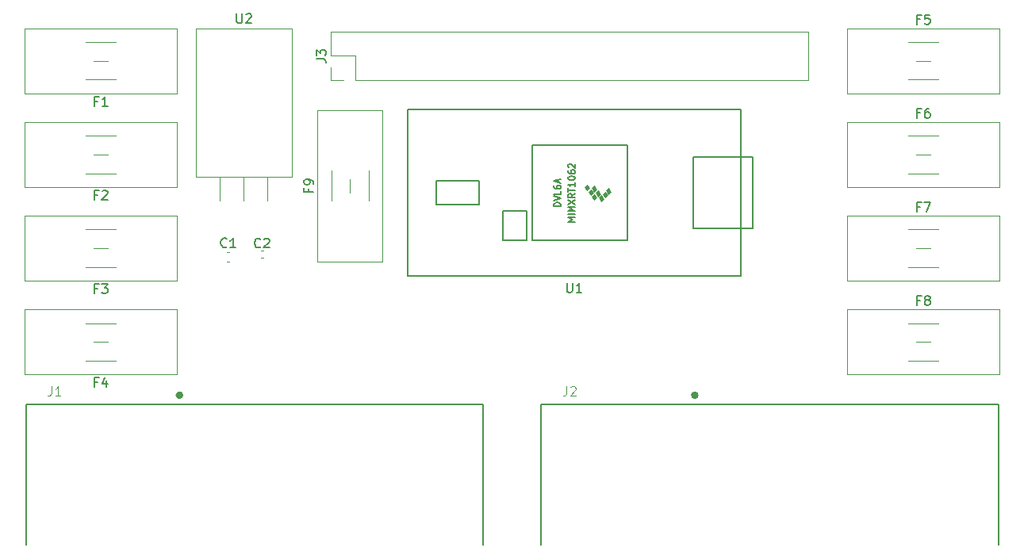
<source format=gto>
%TF.GenerationSoftware,KiCad,Pcbnew,(5.1.9)-1*%
%TF.CreationDate,2022-01-23T20:12:45-08:00*%
%TF.ProjectId,MAIN_daq,4d41494e-5f64-4617-912e-6b696361645f,rev?*%
%TF.SameCoordinates,Original*%
%TF.FileFunction,Legend,Top*%
%TF.FilePolarity,Positive*%
%FSLAX46Y46*%
G04 Gerber Fmt 4.6, Leading zero omitted, Abs format (unit mm)*
G04 Created by KiCad (PCBNEW (5.1.9)-1) date 2022-01-23 20:12:45*
%MOMM*%
%LPD*%
G01*
G04 APERTURE LIST*
%ADD10C,0.400000*%
%ADD11C,0.127000*%
%ADD12C,0.120000*%
%ADD13C,0.150000*%
%ADD14C,0.100000*%
%ADD15C,0.015000*%
G04 APERTURE END LIST*
D10*
%TO.C,J2*%
X147200000Y-118000000D02*
G75*
G03*
X147200000Y-118000000I-200000J0D01*
G01*
D11*
X130600000Y-118950000D02*
X179400000Y-118950000D01*
X130600000Y-118950000D02*
X130600000Y-134000000D01*
X179400000Y-134000000D02*
X179400000Y-118950000D01*
D10*
%TO.C,J1*%
X92200000Y-118000000D02*
G75*
G03*
X92200000Y-118000000I-200000J0D01*
G01*
D11*
X75600000Y-118950000D02*
X124400000Y-118950000D01*
X75600000Y-118950000D02*
X75600000Y-134000000D01*
X124400000Y-134000000D02*
X124400000Y-118950000D01*
D12*
%TO.C,C1*%
X97053733Y-102690000D02*
X97346267Y-102690000D01*
X97053733Y-103710000D02*
X97346267Y-103710000D01*
%TO.C,C2*%
X100915835Y-103290000D02*
X100684165Y-103290000D01*
X100915835Y-102570000D02*
X100684165Y-102570000D01*
%TO.C,F1*%
X91700000Y-85770000D02*
X91700000Y-78830000D01*
X91700000Y-78830000D02*
X75500000Y-78830000D01*
X75500000Y-78830000D02*
X75500000Y-85770000D01*
X75500000Y-85770000D02*
X91700000Y-85770000D01*
X84350000Y-82300000D02*
X82850000Y-82300000D01*
X82000000Y-80300000D02*
X85200000Y-80300000D01*
X85200000Y-84300000D02*
X82000000Y-84300000D01*
%TO.C,F2*%
X85200000Y-94300000D02*
X82000000Y-94300000D01*
X82000000Y-90300000D02*
X85200000Y-90300000D01*
X84350000Y-92300000D02*
X82850000Y-92300000D01*
X75500000Y-95770000D02*
X91700000Y-95770000D01*
X75500000Y-88830000D02*
X75500000Y-95770000D01*
X91700000Y-88830000D02*
X75500000Y-88830000D01*
X91700000Y-95770000D02*
X91700000Y-88830000D01*
%TO.C,F3*%
X91700000Y-105770000D02*
X91700000Y-98830000D01*
X91700000Y-98830000D02*
X75500000Y-98830000D01*
X75500000Y-98830000D02*
X75500000Y-105770000D01*
X75500000Y-105770000D02*
X91700000Y-105770000D01*
X84350000Y-102300000D02*
X82850000Y-102300000D01*
X82000000Y-100300000D02*
X85200000Y-100300000D01*
X85200000Y-104300000D02*
X82000000Y-104300000D01*
%TO.C,F4*%
X85200000Y-114300000D02*
X82000000Y-114300000D01*
X82000000Y-110300000D02*
X85200000Y-110300000D01*
X84350000Y-112300000D02*
X82850000Y-112300000D01*
X75500000Y-115770000D02*
X91700000Y-115770000D01*
X75500000Y-108830000D02*
X75500000Y-115770000D01*
X91700000Y-108830000D02*
X75500000Y-108830000D01*
X91700000Y-115770000D02*
X91700000Y-108830000D01*
%TO.C,F5*%
X163300000Y-78830000D02*
X163300000Y-85770000D01*
X163300000Y-85770000D02*
X179500000Y-85770000D01*
X179500000Y-85770000D02*
X179500000Y-78830000D01*
X179500000Y-78830000D02*
X163300000Y-78830000D01*
X170650000Y-82300000D02*
X172150000Y-82300000D01*
X173000000Y-84300000D02*
X169800000Y-84300000D01*
X169800000Y-80300000D02*
X173000000Y-80300000D01*
%TO.C,F6*%
X169800000Y-90300000D02*
X173000000Y-90300000D01*
X173000000Y-94300000D02*
X169800000Y-94300000D01*
X170650000Y-92300000D02*
X172150000Y-92300000D01*
X179500000Y-88830000D02*
X163300000Y-88830000D01*
X179500000Y-95770000D02*
X179500000Y-88830000D01*
X163300000Y-95770000D02*
X179500000Y-95770000D01*
X163300000Y-88830000D02*
X163300000Y-95770000D01*
%TO.C,F7*%
X163300000Y-98830000D02*
X163300000Y-105770000D01*
X163300000Y-105770000D02*
X179500000Y-105770000D01*
X179500000Y-105770000D02*
X179500000Y-98830000D01*
X179500000Y-98830000D02*
X163300000Y-98830000D01*
X170650000Y-102300000D02*
X172150000Y-102300000D01*
X173000000Y-104300000D02*
X169800000Y-104300000D01*
X169800000Y-100300000D02*
X173000000Y-100300000D01*
%TO.C,F8*%
X169800000Y-110300000D02*
X173000000Y-110300000D01*
X173000000Y-114300000D02*
X169800000Y-114300000D01*
X170650000Y-112300000D02*
X172150000Y-112300000D01*
X179500000Y-108830000D02*
X163300000Y-108830000D01*
X179500000Y-115770000D02*
X179500000Y-108830000D01*
X163300000Y-115770000D02*
X179500000Y-115770000D01*
X163300000Y-108830000D02*
X163300000Y-115770000D01*
%TO.C,F9*%
X108207500Y-97240000D02*
X108207500Y-94040000D01*
X112207500Y-94040000D02*
X112207500Y-97240000D01*
X110207500Y-96390000D02*
X110207500Y-94890000D01*
X106737500Y-87540000D02*
X106737500Y-103740000D01*
X113677500Y-87540000D02*
X106737500Y-87540000D01*
X113677500Y-103740000D02*
X113677500Y-87540000D01*
X106737500Y-103740000D02*
X113677500Y-103740000D01*
%TO.C,J3*%
X108180000Y-84360000D02*
X108180000Y-83030000D01*
X109510000Y-84360000D02*
X108180000Y-84360000D01*
X108180000Y-81760000D02*
X108180000Y-79160000D01*
X110780000Y-81760000D02*
X108180000Y-81760000D01*
X110780000Y-84360000D02*
X110780000Y-81760000D01*
X108180000Y-79160000D02*
X159100000Y-79160000D01*
X110780000Y-84360000D02*
X159100000Y-84360000D01*
X159100000Y-84360000D02*
X159100000Y-79160000D01*
D13*
%TO.C,U1*%
X151905000Y-92590000D02*
X153175000Y-92590000D01*
X153175000Y-92590000D02*
X153175000Y-100210000D01*
X153175000Y-100210000D02*
X151905000Y-100210000D01*
X146825000Y-92590000D02*
X146825000Y-100210000D01*
X146825000Y-100210000D02*
X151905000Y-100210000D01*
X146825000Y-92590000D02*
X151905000Y-92590000D01*
X119393000Y-97670000D02*
X119393000Y-95130000D01*
X119393000Y-95130000D02*
X123965000Y-95130000D01*
X123965000Y-95130000D02*
X123965000Y-97670000D01*
X123965000Y-97670000D02*
X119393000Y-97670000D01*
X129680000Y-91320000D02*
X129680000Y-101480000D01*
X139840000Y-101480000D02*
X139840000Y-91320000D01*
X129680000Y-101480000D02*
X139840000Y-101480000D01*
X129680000Y-91320000D02*
X139840000Y-91320000D01*
X151905000Y-105290000D02*
X116345000Y-105290000D01*
X116345000Y-105290000D02*
X116345000Y-87510000D01*
X116345000Y-87510000D02*
X151905000Y-87510000D01*
X151905000Y-87510000D02*
X151905000Y-105290000D01*
X129045000Y-101480000D02*
X126505000Y-101480000D01*
X126505000Y-101480000D02*
X126505000Y-98305000D01*
X126505000Y-98305000D02*
X129045000Y-98305000D01*
X129045000Y-98305000D02*
X129045000Y-101480000D01*
D14*
G36*
X137300000Y-97035000D02*
G01*
X137046000Y-97289000D01*
X136792000Y-96908000D01*
X137046000Y-96654000D01*
X137300000Y-97035000D01*
G37*
X137300000Y-97035000D02*
X137046000Y-97289000D01*
X136792000Y-96908000D01*
X137046000Y-96654000D01*
X137300000Y-97035000D01*
G36*
X136919000Y-96527000D02*
G01*
X136665000Y-96781000D01*
X136411000Y-96400000D01*
X136665000Y-96146000D01*
X136919000Y-96527000D01*
G37*
X136919000Y-96527000D02*
X136665000Y-96781000D01*
X136411000Y-96400000D01*
X136665000Y-96146000D01*
X136919000Y-96527000D01*
G36*
X136538000Y-96019000D02*
G01*
X136284000Y-96273000D01*
X136030000Y-95892000D01*
X136284000Y-95638000D01*
X136538000Y-96019000D01*
G37*
X136538000Y-96019000D02*
X136284000Y-96273000D01*
X136030000Y-95892000D01*
X136284000Y-95638000D01*
X136538000Y-96019000D01*
G36*
X136538000Y-96908000D02*
G01*
X136284000Y-97162000D01*
X136030000Y-96781000D01*
X136284000Y-96527000D01*
X136538000Y-96908000D01*
G37*
X136538000Y-96908000D02*
X136284000Y-97162000D01*
X136030000Y-96781000D01*
X136284000Y-96527000D01*
X136538000Y-96908000D01*
G36*
X136157000Y-96400000D02*
G01*
X135903000Y-96654000D01*
X135649000Y-96273000D01*
X135903000Y-96019000D01*
X136157000Y-96400000D01*
G37*
X136157000Y-96400000D02*
X135903000Y-96654000D01*
X135649000Y-96273000D01*
X135903000Y-96019000D01*
X136157000Y-96400000D01*
G36*
X135776000Y-95892000D02*
G01*
X135522000Y-96146000D01*
X135268000Y-95765000D01*
X135522000Y-95511000D01*
X135776000Y-95892000D01*
G37*
X135776000Y-95892000D02*
X135522000Y-96146000D01*
X135268000Y-95765000D01*
X135522000Y-95511000D01*
X135776000Y-95892000D01*
G36*
X137681000Y-96654000D02*
G01*
X137427000Y-96908000D01*
X137173000Y-96527000D01*
X137427000Y-96273000D01*
X137681000Y-96654000D01*
G37*
X137681000Y-96654000D02*
X137427000Y-96908000D01*
X137173000Y-96527000D01*
X137427000Y-96273000D01*
X137681000Y-96654000D01*
G36*
X138062000Y-96273000D02*
G01*
X137808000Y-96527000D01*
X137554000Y-96146000D01*
X137808000Y-95892000D01*
X138062000Y-96273000D01*
G37*
X138062000Y-96273000D02*
X137808000Y-96527000D01*
X137554000Y-96146000D01*
X137808000Y-95892000D01*
X138062000Y-96273000D01*
D12*
%TO.C,U2*%
X101410000Y-94700000D02*
X101410000Y-97240000D01*
X98870000Y-94700000D02*
X98870000Y-97240000D01*
X96330000Y-94700000D02*
X96330000Y-97240000D01*
X103990000Y-78810000D02*
X103990000Y-94700000D01*
X93750000Y-78810000D02*
X93750000Y-94700000D01*
X93750000Y-78810000D02*
X103990000Y-78810000D01*
X93750000Y-94700000D02*
X103990000Y-94700000D01*
%TO.C,J2*%
D15*
X133299593Y-117051980D02*
X133299593Y-117767655D01*
X133251881Y-117910790D01*
X133156458Y-118006214D01*
X133013323Y-118053925D01*
X132917900Y-118053925D01*
X133728998Y-117147404D02*
X133776710Y-117099692D01*
X133872133Y-117051980D01*
X134110691Y-117051980D01*
X134206115Y-117099692D01*
X134253826Y-117147404D01*
X134301538Y-117242827D01*
X134301538Y-117338250D01*
X134253826Y-117481385D01*
X133681286Y-118053925D01*
X134301538Y-118053925D01*
%TO.C,J1*%
X78299593Y-117051980D02*
X78299593Y-117767655D01*
X78251881Y-117910790D01*
X78156458Y-118006214D01*
X78013323Y-118053925D01*
X77917900Y-118053925D01*
X79301538Y-118053925D02*
X78728998Y-118053925D01*
X79015268Y-118053925D02*
X79015268Y-117051980D01*
X78919845Y-117195115D01*
X78824421Y-117290539D01*
X78728998Y-117338250D01*
%TO.C,C1*%
D13*
X97033333Y-102127142D02*
X96985714Y-102174761D01*
X96842857Y-102222380D01*
X96747619Y-102222380D01*
X96604761Y-102174761D01*
X96509523Y-102079523D01*
X96461904Y-101984285D01*
X96414285Y-101793809D01*
X96414285Y-101650952D01*
X96461904Y-101460476D01*
X96509523Y-101365238D01*
X96604761Y-101270000D01*
X96747619Y-101222380D01*
X96842857Y-101222380D01*
X96985714Y-101270000D01*
X97033333Y-101317619D01*
X97985714Y-102222380D02*
X97414285Y-102222380D01*
X97700000Y-102222380D02*
X97700000Y-101222380D01*
X97604761Y-101365238D01*
X97509523Y-101460476D01*
X97414285Y-101508095D01*
%TO.C,C2*%
X100633333Y-102157142D02*
X100585714Y-102204761D01*
X100442857Y-102252380D01*
X100347619Y-102252380D01*
X100204761Y-102204761D01*
X100109523Y-102109523D01*
X100061904Y-102014285D01*
X100014285Y-101823809D01*
X100014285Y-101680952D01*
X100061904Y-101490476D01*
X100109523Y-101395238D01*
X100204761Y-101300000D01*
X100347619Y-101252380D01*
X100442857Y-101252380D01*
X100585714Y-101300000D01*
X100633333Y-101347619D01*
X101014285Y-101347619D02*
X101061904Y-101300000D01*
X101157142Y-101252380D01*
X101395238Y-101252380D01*
X101490476Y-101300000D01*
X101538095Y-101347619D01*
X101585714Y-101442857D01*
X101585714Y-101538095D01*
X101538095Y-101680952D01*
X100966666Y-102252380D01*
X101585714Y-102252380D01*
%TO.C,F1*%
X83266666Y-86598571D02*
X82933333Y-86598571D01*
X82933333Y-87122380D02*
X82933333Y-86122380D01*
X83409523Y-86122380D01*
X84314285Y-87122380D02*
X83742857Y-87122380D01*
X84028571Y-87122380D02*
X84028571Y-86122380D01*
X83933333Y-86265238D01*
X83838095Y-86360476D01*
X83742857Y-86408095D01*
%TO.C,F2*%
X83266666Y-96598571D02*
X82933333Y-96598571D01*
X82933333Y-97122380D02*
X82933333Y-96122380D01*
X83409523Y-96122380D01*
X83742857Y-96217619D02*
X83790476Y-96170000D01*
X83885714Y-96122380D01*
X84123809Y-96122380D01*
X84219047Y-96170000D01*
X84266666Y-96217619D01*
X84314285Y-96312857D01*
X84314285Y-96408095D01*
X84266666Y-96550952D01*
X83695238Y-97122380D01*
X84314285Y-97122380D01*
%TO.C,F3*%
X83266666Y-106598571D02*
X82933333Y-106598571D01*
X82933333Y-107122380D02*
X82933333Y-106122380D01*
X83409523Y-106122380D01*
X83695238Y-106122380D02*
X84314285Y-106122380D01*
X83980952Y-106503333D01*
X84123809Y-106503333D01*
X84219047Y-106550952D01*
X84266666Y-106598571D01*
X84314285Y-106693809D01*
X84314285Y-106931904D01*
X84266666Y-107027142D01*
X84219047Y-107074761D01*
X84123809Y-107122380D01*
X83838095Y-107122380D01*
X83742857Y-107074761D01*
X83695238Y-107027142D01*
%TO.C,F4*%
X83266666Y-116598571D02*
X82933333Y-116598571D01*
X82933333Y-117122380D02*
X82933333Y-116122380D01*
X83409523Y-116122380D01*
X84219047Y-116455714D02*
X84219047Y-117122380D01*
X83980952Y-116074761D02*
X83742857Y-116789047D01*
X84361904Y-116789047D01*
%TO.C,F5*%
X171066666Y-77858571D02*
X170733333Y-77858571D01*
X170733333Y-78382380D02*
X170733333Y-77382380D01*
X171209523Y-77382380D01*
X172066666Y-77382380D02*
X171590476Y-77382380D01*
X171542857Y-77858571D01*
X171590476Y-77810952D01*
X171685714Y-77763333D01*
X171923809Y-77763333D01*
X172019047Y-77810952D01*
X172066666Y-77858571D01*
X172114285Y-77953809D01*
X172114285Y-78191904D01*
X172066666Y-78287142D01*
X172019047Y-78334761D01*
X171923809Y-78382380D01*
X171685714Y-78382380D01*
X171590476Y-78334761D01*
X171542857Y-78287142D01*
%TO.C,F6*%
X171066666Y-87858571D02*
X170733333Y-87858571D01*
X170733333Y-88382380D02*
X170733333Y-87382380D01*
X171209523Y-87382380D01*
X172019047Y-87382380D02*
X171828571Y-87382380D01*
X171733333Y-87430000D01*
X171685714Y-87477619D01*
X171590476Y-87620476D01*
X171542857Y-87810952D01*
X171542857Y-88191904D01*
X171590476Y-88287142D01*
X171638095Y-88334761D01*
X171733333Y-88382380D01*
X171923809Y-88382380D01*
X172019047Y-88334761D01*
X172066666Y-88287142D01*
X172114285Y-88191904D01*
X172114285Y-87953809D01*
X172066666Y-87858571D01*
X172019047Y-87810952D01*
X171923809Y-87763333D01*
X171733333Y-87763333D01*
X171638095Y-87810952D01*
X171590476Y-87858571D01*
X171542857Y-87953809D01*
%TO.C,F7*%
X171066666Y-97858571D02*
X170733333Y-97858571D01*
X170733333Y-98382380D02*
X170733333Y-97382380D01*
X171209523Y-97382380D01*
X171495238Y-97382380D02*
X172161904Y-97382380D01*
X171733333Y-98382380D01*
%TO.C,F8*%
X171066666Y-107858571D02*
X170733333Y-107858571D01*
X170733333Y-108382380D02*
X170733333Y-107382380D01*
X171209523Y-107382380D01*
X171733333Y-107810952D02*
X171638095Y-107763333D01*
X171590476Y-107715714D01*
X171542857Y-107620476D01*
X171542857Y-107572857D01*
X171590476Y-107477619D01*
X171638095Y-107430000D01*
X171733333Y-107382380D01*
X171923809Y-107382380D01*
X172019047Y-107430000D01*
X172066666Y-107477619D01*
X172114285Y-107572857D01*
X172114285Y-107620476D01*
X172066666Y-107715714D01*
X172019047Y-107763333D01*
X171923809Y-107810952D01*
X171733333Y-107810952D01*
X171638095Y-107858571D01*
X171590476Y-107906190D01*
X171542857Y-108001428D01*
X171542857Y-108191904D01*
X171590476Y-108287142D01*
X171638095Y-108334761D01*
X171733333Y-108382380D01*
X171923809Y-108382380D01*
X172019047Y-108334761D01*
X172066666Y-108287142D01*
X172114285Y-108191904D01*
X172114285Y-108001428D01*
X172066666Y-107906190D01*
X172019047Y-107858571D01*
X171923809Y-107810952D01*
%TO.C,F9*%
X105766071Y-95973333D02*
X105766071Y-96306666D01*
X106289880Y-96306666D02*
X105289880Y-96306666D01*
X105289880Y-95830476D01*
X106289880Y-95401904D02*
X106289880Y-95211428D01*
X106242261Y-95116190D01*
X106194642Y-95068571D01*
X106051785Y-94973333D01*
X105861309Y-94925714D01*
X105480357Y-94925714D01*
X105385119Y-94973333D01*
X105337500Y-95020952D01*
X105289880Y-95116190D01*
X105289880Y-95306666D01*
X105337500Y-95401904D01*
X105385119Y-95449523D01*
X105480357Y-95497142D01*
X105718452Y-95497142D01*
X105813690Y-95449523D01*
X105861309Y-95401904D01*
X105908928Y-95306666D01*
X105908928Y-95116190D01*
X105861309Y-95020952D01*
X105813690Y-94973333D01*
X105718452Y-94925714D01*
%TO.C,J3*%
X106632380Y-82093333D02*
X107346666Y-82093333D01*
X107489523Y-82140952D01*
X107584761Y-82236190D01*
X107632380Y-82379047D01*
X107632380Y-82474285D01*
X106632380Y-81712380D02*
X106632380Y-81093333D01*
X107013333Y-81426666D01*
X107013333Y-81283809D01*
X107060952Y-81188571D01*
X107108571Y-81140952D01*
X107203809Y-81093333D01*
X107441904Y-81093333D01*
X107537142Y-81140952D01*
X107584761Y-81188571D01*
X107632380Y-81283809D01*
X107632380Y-81569523D01*
X107584761Y-81664761D01*
X107537142Y-81712380D01*
%TO.C,U1*%
X133363095Y-106012380D02*
X133363095Y-106821904D01*
X133410714Y-106917142D01*
X133458333Y-106964761D01*
X133553571Y-107012380D01*
X133744047Y-107012380D01*
X133839285Y-106964761D01*
X133886904Y-106917142D01*
X133934523Y-106821904D01*
X133934523Y-106012380D01*
X134934523Y-107012380D02*
X134363095Y-107012380D01*
X134648809Y-107012380D02*
X134648809Y-106012380D01*
X134553571Y-106155238D01*
X134458333Y-106250476D01*
X134363095Y-106298095D01*
X134187666Y-99483333D02*
X133487666Y-99483333D01*
X133987666Y-99250000D01*
X133487666Y-99016666D01*
X134187666Y-99016666D01*
X134187666Y-98683333D02*
X133487666Y-98683333D01*
X134187666Y-98350000D02*
X133487666Y-98350000D01*
X133987666Y-98116666D01*
X133487666Y-97883333D01*
X134187666Y-97883333D01*
X133487666Y-97616666D02*
X134187666Y-97150000D01*
X133487666Y-97150000D02*
X134187666Y-97616666D01*
X134187666Y-96483333D02*
X133854333Y-96716666D01*
X134187666Y-96883333D02*
X133487666Y-96883333D01*
X133487666Y-96616666D01*
X133521000Y-96550000D01*
X133554333Y-96516666D01*
X133621000Y-96483333D01*
X133721000Y-96483333D01*
X133787666Y-96516666D01*
X133821000Y-96550000D01*
X133854333Y-96616666D01*
X133854333Y-96883333D01*
X133487666Y-96283333D02*
X133487666Y-95883333D01*
X134187666Y-96083333D02*
X133487666Y-96083333D01*
X134187666Y-95283333D02*
X134187666Y-95683333D01*
X134187666Y-95483333D02*
X133487666Y-95483333D01*
X133587666Y-95550000D01*
X133654333Y-95616666D01*
X133687666Y-95683333D01*
X133487666Y-94850000D02*
X133487666Y-94783333D01*
X133521000Y-94716666D01*
X133554333Y-94683333D01*
X133621000Y-94650000D01*
X133754333Y-94616666D01*
X133921000Y-94616666D01*
X134054333Y-94650000D01*
X134121000Y-94683333D01*
X134154333Y-94716666D01*
X134187666Y-94783333D01*
X134187666Y-94850000D01*
X134154333Y-94916666D01*
X134121000Y-94950000D01*
X134054333Y-94983333D01*
X133921000Y-95016666D01*
X133754333Y-95016666D01*
X133621000Y-94983333D01*
X133554333Y-94950000D01*
X133521000Y-94916666D01*
X133487666Y-94850000D01*
X133487666Y-94016666D02*
X133487666Y-94150000D01*
X133521000Y-94216666D01*
X133554333Y-94250000D01*
X133654333Y-94316666D01*
X133787666Y-94350000D01*
X134054333Y-94350000D01*
X134121000Y-94316666D01*
X134154333Y-94283333D01*
X134187666Y-94216666D01*
X134187666Y-94083333D01*
X134154333Y-94016666D01*
X134121000Y-93983333D01*
X134054333Y-93950000D01*
X133887666Y-93950000D01*
X133821000Y-93983333D01*
X133787666Y-94016666D01*
X133754333Y-94083333D01*
X133754333Y-94216666D01*
X133787666Y-94283333D01*
X133821000Y-94316666D01*
X133887666Y-94350000D01*
X133554333Y-93683333D02*
X133521000Y-93650000D01*
X133487666Y-93583333D01*
X133487666Y-93416666D01*
X133521000Y-93350000D01*
X133554333Y-93316666D01*
X133621000Y-93283333D01*
X133687666Y-93283333D01*
X133787666Y-93316666D01*
X134187666Y-93716666D01*
X134187666Y-93283333D01*
X132663666Y-97800000D02*
X131963666Y-97800000D01*
X131963666Y-97633333D01*
X131997000Y-97533333D01*
X132063666Y-97466666D01*
X132130333Y-97433333D01*
X132263666Y-97400000D01*
X132363666Y-97400000D01*
X132497000Y-97433333D01*
X132563666Y-97466666D01*
X132630333Y-97533333D01*
X132663666Y-97633333D01*
X132663666Y-97800000D01*
X131963666Y-97200000D02*
X132663666Y-96966666D01*
X131963666Y-96733333D01*
X132663666Y-96166666D02*
X132663666Y-96500000D01*
X131963666Y-96500000D01*
X131963666Y-95633333D02*
X131963666Y-95766666D01*
X131997000Y-95833333D01*
X132030333Y-95866666D01*
X132130333Y-95933333D01*
X132263666Y-95966666D01*
X132530333Y-95966666D01*
X132597000Y-95933333D01*
X132630333Y-95900000D01*
X132663666Y-95833333D01*
X132663666Y-95700000D01*
X132630333Y-95633333D01*
X132597000Y-95600000D01*
X132530333Y-95566666D01*
X132363666Y-95566666D01*
X132297000Y-95600000D01*
X132263666Y-95633333D01*
X132230333Y-95700000D01*
X132230333Y-95833333D01*
X132263666Y-95900000D01*
X132297000Y-95933333D01*
X132363666Y-95966666D01*
X132463666Y-95300000D02*
X132463666Y-94966666D01*
X132663666Y-95366666D02*
X131963666Y-95133333D01*
X132663666Y-94900000D01*
%TO.C,U2*%
X98108095Y-77262380D02*
X98108095Y-78071904D01*
X98155714Y-78167142D01*
X98203333Y-78214761D01*
X98298571Y-78262380D01*
X98489047Y-78262380D01*
X98584285Y-78214761D01*
X98631904Y-78167142D01*
X98679523Y-78071904D01*
X98679523Y-77262380D01*
X99108095Y-77357619D02*
X99155714Y-77310000D01*
X99250952Y-77262380D01*
X99489047Y-77262380D01*
X99584285Y-77310000D01*
X99631904Y-77357619D01*
X99679523Y-77452857D01*
X99679523Y-77548095D01*
X99631904Y-77690952D01*
X99060476Y-78262380D01*
X99679523Y-78262380D01*
%TD*%
M02*

</source>
